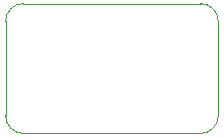
<source format=gm1>
G04 #@! TF.GenerationSoftware,KiCad,Pcbnew,5.1.9+dfsg1-1+deb11u1*
G04 #@! TF.CreationDate,2023-05-18T20:17:31+02:00*
G04 #@! TF.ProjectId,base,62617365-2e6b-4696-9361-645f70636258,rev?*
G04 #@! TF.SameCoordinates,Original*
G04 #@! TF.FileFunction,Profile,NP*
%FSLAX46Y46*%
G04 Gerber Fmt 4.6, Leading zero omitted, Abs format (unit mm)*
G04 Created by KiCad (PCBNEW 5.1.9+dfsg1-1+deb11u1) date 2023-05-18 20:17:31*
%MOMM*%
%LPD*%
G01*
G04 APERTURE LIST*
G04 #@! TA.AperFunction,Profile*
%ADD10C,0.050000*%
G04 #@! TD*
G04 APERTURE END LIST*
D10*
X-2500000Y4000000D02*
G75*
G02*
X-1000000Y5500000I1500000J0D01*
G01*
X-1000000Y-5500000D02*
G75*
G02*
X-2500000Y-4000000I0J1500000D01*
G01*
X15500000Y-4000000D02*
G75*
G02*
X14000000Y-5500000I-1500000J0D01*
G01*
X15500000Y4000000D02*
X15500000Y-4000000D01*
X14000000Y5500000D02*
G75*
G02*
X15500000Y4000000I0J-1500000D01*
G01*
X-1000000Y5500000D02*
X14000000Y5500000D01*
X-2500000Y-4000000D02*
X-2500000Y4000000D01*
X14000000Y-5500000D02*
X-1000000Y-5500000D01*
M02*

</source>
